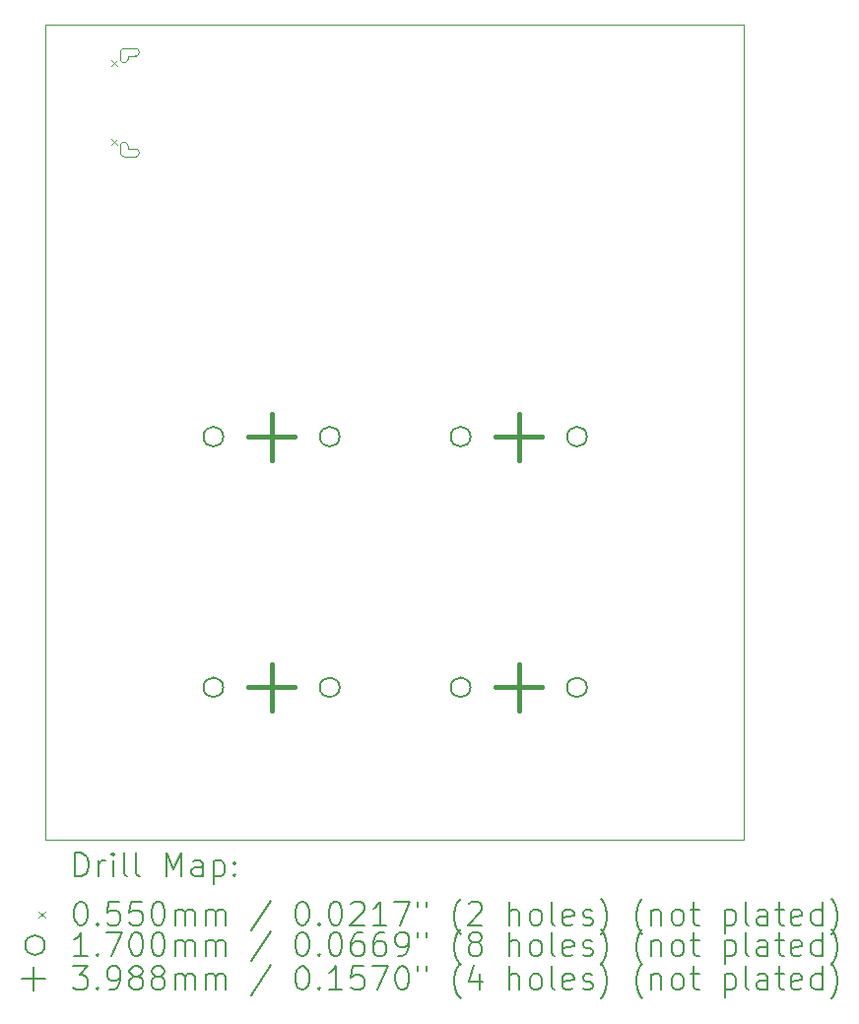
<source format=gbr>
%TF.GenerationSoftware,KiCad,Pcbnew,8.0.4*%
%TF.CreationDate,2024-11-08T09:57:30+08:00*%
%TF.ProjectId,SwiftK_v2,53776966-744b-45f7-9632-2e6b69636164,rev?*%
%TF.SameCoordinates,Original*%
%TF.FileFunction,Drillmap*%
%TF.FilePolarity,Positive*%
%FSLAX45Y45*%
G04 Gerber Fmt 4.5, Leading zero omitted, Abs format (unit mm)*
G04 Created by KiCad (PCBNEW 8.0.4) date 2024-11-08 09:57:30*
%MOMM*%
%LPD*%
G01*
G04 APERTURE LIST*
%ADD10C,0.050000*%
%ADD11C,0.010000*%
%ADD12C,0.200000*%
%ADD13C,0.100000*%
%ADD14C,0.170000*%
%ADD15C,0.398780*%
G04 APERTURE END LIST*
D10*
X18932000Y-6456000D02*
X12932000Y-6456000D01*
X12932000Y-6456000D02*
X12932000Y-7456000D01*
X18932000Y-13456000D02*
X12932000Y-13456000D01*
X12932000Y-13456000D02*
X12932000Y-6456000D01*
X18932000Y-13456000D02*
X18932000Y-6456000D01*
D11*
X13577000Y-6751000D02*
X13577000Y-6691000D01*
X13577000Y-7495000D02*
X13577000Y-7555000D01*
X13609500Y-6658500D02*
X13709500Y-6658500D01*
X13609500Y-7587500D02*
X13709500Y-7587500D01*
X13642000Y-6723500D02*
X13642000Y-6751000D01*
X13642000Y-7522500D02*
X13642000Y-7495000D01*
X13709500Y-6723500D02*
X13642000Y-6723500D01*
X13709500Y-7522500D02*
X13642000Y-7522500D01*
X13577000Y-6691000D02*
G75*
G02*
X13609500Y-6658500I32500J0D01*
G01*
X13577000Y-7495000D02*
G75*
G02*
X13609500Y-7462500I32500J0D01*
G01*
X13609500Y-6783500D02*
G75*
G02*
X13577000Y-6751000I0J32500D01*
G01*
X13609500Y-7462500D02*
G75*
G02*
X13642000Y-7495000I0J-32500D01*
G01*
X13609500Y-7587500D02*
G75*
G02*
X13577000Y-7555000I0J32500D01*
G01*
X13642000Y-6751000D02*
G75*
G02*
X13609500Y-6783500I-32500J0D01*
G01*
X13709500Y-6658500D02*
G75*
G02*
X13742000Y-6691000I0J-32500D01*
G01*
X13709500Y-7522500D02*
G75*
G02*
X13742000Y-7555000I0J-32500D01*
G01*
X13742000Y-6691000D02*
G75*
G02*
X13709500Y-6723500I-32500J0D01*
G01*
X13742000Y-7555000D02*
G75*
G02*
X13709500Y-7587500I-32500J0D01*
G01*
D12*
D13*
X13497000Y-6755500D02*
X13552000Y-6810500D01*
X13552000Y-6755500D02*
X13497000Y-6810500D01*
X13497000Y-7435500D02*
X13552000Y-7490500D01*
X13552000Y-7435500D02*
X13497000Y-7490500D01*
D14*
X14462500Y-9994000D02*
G75*
G02*
X14292500Y-9994000I-85000J0D01*
G01*
X14292500Y-9994000D02*
G75*
G02*
X14462500Y-9994000I85000J0D01*
G01*
X14462500Y-12148000D02*
G75*
G02*
X14292500Y-12148000I-85000J0D01*
G01*
X14292500Y-12148000D02*
G75*
G02*
X14462500Y-12148000I85000J0D01*
G01*
X15462500Y-9994000D02*
G75*
G02*
X15292500Y-9994000I-85000J0D01*
G01*
X15292500Y-9994000D02*
G75*
G02*
X15462500Y-9994000I85000J0D01*
G01*
X15462500Y-12148000D02*
G75*
G02*
X15292500Y-12148000I-85000J0D01*
G01*
X15292500Y-12148000D02*
G75*
G02*
X15462500Y-12148000I85000J0D01*
G01*
X16587500Y-9994000D02*
G75*
G02*
X16417500Y-9994000I-85000J0D01*
G01*
X16417500Y-9994000D02*
G75*
G02*
X16587500Y-9994000I85000J0D01*
G01*
X16587500Y-12148000D02*
G75*
G02*
X16417500Y-12148000I-85000J0D01*
G01*
X16417500Y-12148000D02*
G75*
G02*
X16587500Y-12148000I85000J0D01*
G01*
X17587500Y-9994000D02*
G75*
G02*
X17417500Y-9994000I-85000J0D01*
G01*
X17417500Y-9994000D02*
G75*
G02*
X17587500Y-9994000I85000J0D01*
G01*
X17587500Y-12148000D02*
G75*
G02*
X17417500Y-12148000I-85000J0D01*
G01*
X17417500Y-12148000D02*
G75*
G02*
X17587500Y-12148000I85000J0D01*
G01*
D15*
X14877500Y-9794610D02*
X14877500Y-10193390D01*
X14678110Y-9994000D02*
X15076890Y-9994000D01*
X14877500Y-11948610D02*
X14877500Y-12347390D01*
X14678110Y-12148000D02*
X15076890Y-12148000D01*
X17002500Y-9794610D02*
X17002500Y-10193390D01*
X16803110Y-9994000D02*
X17201890Y-9994000D01*
X17002500Y-11948610D02*
X17002500Y-12347390D01*
X16803110Y-12148000D02*
X17201890Y-12148000D01*
D12*
X13190277Y-13769984D02*
X13190277Y-13569984D01*
X13190277Y-13569984D02*
X13237896Y-13569984D01*
X13237896Y-13569984D02*
X13266467Y-13579508D01*
X13266467Y-13579508D02*
X13285515Y-13598555D01*
X13285515Y-13598555D02*
X13295039Y-13617603D01*
X13295039Y-13617603D02*
X13304562Y-13655698D01*
X13304562Y-13655698D02*
X13304562Y-13684269D01*
X13304562Y-13684269D02*
X13295039Y-13722365D01*
X13295039Y-13722365D02*
X13285515Y-13741412D01*
X13285515Y-13741412D02*
X13266467Y-13760460D01*
X13266467Y-13760460D02*
X13237896Y-13769984D01*
X13237896Y-13769984D02*
X13190277Y-13769984D01*
X13390277Y-13769984D02*
X13390277Y-13636650D01*
X13390277Y-13674746D02*
X13399801Y-13655698D01*
X13399801Y-13655698D02*
X13409324Y-13646174D01*
X13409324Y-13646174D02*
X13428372Y-13636650D01*
X13428372Y-13636650D02*
X13447420Y-13636650D01*
X13514086Y-13769984D02*
X13514086Y-13636650D01*
X13514086Y-13569984D02*
X13504562Y-13579508D01*
X13504562Y-13579508D02*
X13514086Y-13589031D01*
X13514086Y-13589031D02*
X13523610Y-13579508D01*
X13523610Y-13579508D02*
X13514086Y-13569984D01*
X13514086Y-13569984D02*
X13514086Y-13589031D01*
X13637896Y-13769984D02*
X13618848Y-13760460D01*
X13618848Y-13760460D02*
X13609324Y-13741412D01*
X13609324Y-13741412D02*
X13609324Y-13569984D01*
X13742658Y-13769984D02*
X13723610Y-13760460D01*
X13723610Y-13760460D02*
X13714086Y-13741412D01*
X13714086Y-13741412D02*
X13714086Y-13569984D01*
X13971229Y-13769984D02*
X13971229Y-13569984D01*
X13971229Y-13569984D02*
X14037896Y-13712841D01*
X14037896Y-13712841D02*
X14104562Y-13569984D01*
X14104562Y-13569984D02*
X14104562Y-13769984D01*
X14285515Y-13769984D02*
X14285515Y-13665222D01*
X14285515Y-13665222D02*
X14275991Y-13646174D01*
X14275991Y-13646174D02*
X14256943Y-13636650D01*
X14256943Y-13636650D02*
X14218848Y-13636650D01*
X14218848Y-13636650D02*
X14199801Y-13646174D01*
X14285515Y-13760460D02*
X14266467Y-13769984D01*
X14266467Y-13769984D02*
X14218848Y-13769984D01*
X14218848Y-13769984D02*
X14199801Y-13760460D01*
X14199801Y-13760460D02*
X14190277Y-13741412D01*
X14190277Y-13741412D02*
X14190277Y-13722365D01*
X14190277Y-13722365D02*
X14199801Y-13703317D01*
X14199801Y-13703317D02*
X14218848Y-13693793D01*
X14218848Y-13693793D02*
X14266467Y-13693793D01*
X14266467Y-13693793D02*
X14285515Y-13684269D01*
X14380753Y-13636650D02*
X14380753Y-13836650D01*
X14380753Y-13646174D02*
X14399801Y-13636650D01*
X14399801Y-13636650D02*
X14437896Y-13636650D01*
X14437896Y-13636650D02*
X14456943Y-13646174D01*
X14456943Y-13646174D02*
X14466467Y-13655698D01*
X14466467Y-13655698D02*
X14475991Y-13674746D01*
X14475991Y-13674746D02*
X14475991Y-13731888D01*
X14475991Y-13731888D02*
X14466467Y-13750936D01*
X14466467Y-13750936D02*
X14456943Y-13760460D01*
X14456943Y-13760460D02*
X14437896Y-13769984D01*
X14437896Y-13769984D02*
X14399801Y-13769984D01*
X14399801Y-13769984D02*
X14380753Y-13760460D01*
X14561705Y-13750936D02*
X14571229Y-13760460D01*
X14571229Y-13760460D02*
X14561705Y-13769984D01*
X14561705Y-13769984D02*
X14552182Y-13760460D01*
X14552182Y-13760460D02*
X14561705Y-13750936D01*
X14561705Y-13750936D02*
X14561705Y-13769984D01*
X14561705Y-13646174D02*
X14571229Y-13655698D01*
X14571229Y-13655698D02*
X14561705Y-13665222D01*
X14561705Y-13665222D02*
X14552182Y-13655698D01*
X14552182Y-13655698D02*
X14561705Y-13646174D01*
X14561705Y-13646174D02*
X14561705Y-13665222D01*
D13*
X12874500Y-14071000D02*
X12929500Y-14126000D01*
X12929500Y-14071000D02*
X12874500Y-14126000D01*
D12*
X13228372Y-13989984D02*
X13247420Y-13989984D01*
X13247420Y-13989984D02*
X13266467Y-13999508D01*
X13266467Y-13999508D02*
X13275991Y-14009031D01*
X13275991Y-14009031D02*
X13285515Y-14028079D01*
X13285515Y-14028079D02*
X13295039Y-14066174D01*
X13295039Y-14066174D02*
X13295039Y-14113793D01*
X13295039Y-14113793D02*
X13285515Y-14151888D01*
X13285515Y-14151888D02*
X13275991Y-14170936D01*
X13275991Y-14170936D02*
X13266467Y-14180460D01*
X13266467Y-14180460D02*
X13247420Y-14189984D01*
X13247420Y-14189984D02*
X13228372Y-14189984D01*
X13228372Y-14189984D02*
X13209324Y-14180460D01*
X13209324Y-14180460D02*
X13199801Y-14170936D01*
X13199801Y-14170936D02*
X13190277Y-14151888D01*
X13190277Y-14151888D02*
X13180753Y-14113793D01*
X13180753Y-14113793D02*
X13180753Y-14066174D01*
X13180753Y-14066174D02*
X13190277Y-14028079D01*
X13190277Y-14028079D02*
X13199801Y-14009031D01*
X13199801Y-14009031D02*
X13209324Y-13999508D01*
X13209324Y-13999508D02*
X13228372Y-13989984D01*
X13380753Y-14170936D02*
X13390277Y-14180460D01*
X13390277Y-14180460D02*
X13380753Y-14189984D01*
X13380753Y-14189984D02*
X13371229Y-14180460D01*
X13371229Y-14180460D02*
X13380753Y-14170936D01*
X13380753Y-14170936D02*
X13380753Y-14189984D01*
X13571229Y-13989984D02*
X13475991Y-13989984D01*
X13475991Y-13989984D02*
X13466467Y-14085222D01*
X13466467Y-14085222D02*
X13475991Y-14075698D01*
X13475991Y-14075698D02*
X13495039Y-14066174D01*
X13495039Y-14066174D02*
X13542658Y-14066174D01*
X13542658Y-14066174D02*
X13561705Y-14075698D01*
X13561705Y-14075698D02*
X13571229Y-14085222D01*
X13571229Y-14085222D02*
X13580753Y-14104269D01*
X13580753Y-14104269D02*
X13580753Y-14151888D01*
X13580753Y-14151888D02*
X13571229Y-14170936D01*
X13571229Y-14170936D02*
X13561705Y-14180460D01*
X13561705Y-14180460D02*
X13542658Y-14189984D01*
X13542658Y-14189984D02*
X13495039Y-14189984D01*
X13495039Y-14189984D02*
X13475991Y-14180460D01*
X13475991Y-14180460D02*
X13466467Y-14170936D01*
X13761705Y-13989984D02*
X13666467Y-13989984D01*
X13666467Y-13989984D02*
X13656943Y-14085222D01*
X13656943Y-14085222D02*
X13666467Y-14075698D01*
X13666467Y-14075698D02*
X13685515Y-14066174D01*
X13685515Y-14066174D02*
X13733134Y-14066174D01*
X13733134Y-14066174D02*
X13752182Y-14075698D01*
X13752182Y-14075698D02*
X13761705Y-14085222D01*
X13761705Y-14085222D02*
X13771229Y-14104269D01*
X13771229Y-14104269D02*
X13771229Y-14151888D01*
X13771229Y-14151888D02*
X13761705Y-14170936D01*
X13761705Y-14170936D02*
X13752182Y-14180460D01*
X13752182Y-14180460D02*
X13733134Y-14189984D01*
X13733134Y-14189984D02*
X13685515Y-14189984D01*
X13685515Y-14189984D02*
X13666467Y-14180460D01*
X13666467Y-14180460D02*
X13656943Y-14170936D01*
X13895039Y-13989984D02*
X13914086Y-13989984D01*
X13914086Y-13989984D02*
X13933134Y-13999508D01*
X13933134Y-13999508D02*
X13942658Y-14009031D01*
X13942658Y-14009031D02*
X13952182Y-14028079D01*
X13952182Y-14028079D02*
X13961705Y-14066174D01*
X13961705Y-14066174D02*
X13961705Y-14113793D01*
X13961705Y-14113793D02*
X13952182Y-14151888D01*
X13952182Y-14151888D02*
X13942658Y-14170936D01*
X13942658Y-14170936D02*
X13933134Y-14180460D01*
X13933134Y-14180460D02*
X13914086Y-14189984D01*
X13914086Y-14189984D02*
X13895039Y-14189984D01*
X13895039Y-14189984D02*
X13875991Y-14180460D01*
X13875991Y-14180460D02*
X13866467Y-14170936D01*
X13866467Y-14170936D02*
X13856943Y-14151888D01*
X13856943Y-14151888D02*
X13847420Y-14113793D01*
X13847420Y-14113793D02*
X13847420Y-14066174D01*
X13847420Y-14066174D02*
X13856943Y-14028079D01*
X13856943Y-14028079D02*
X13866467Y-14009031D01*
X13866467Y-14009031D02*
X13875991Y-13999508D01*
X13875991Y-13999508D02*
X13895039Y-13989984D01*
X14047420Y-14189984D02*
X14047420Y-14056650D01*
X14047420Y-14075698D02*
X14056943Y-14066174D01*
X14056943Y-14066174D02*
X14075991Y-14056650D01*
X14075991Y-14056650D02*
X14104563Y-14056650D01*
X14104563Y-14056650D02*
X14123610Y-14066174D01*
X14123610Y-14066174D02*
X14133134Y-14085222D01*
X14133134Y-14085222D02*
X14133134Y-14189984D01*
X14133134Y-14085222D02*
X14142658Y-14066174D01*
X14142658Y-14066174D02*
X14161705Y-14056650D01*
X14161705Y-14056650D02*
X14190277Y-14056650D01*
X14190277Y-14056650D02*
X14209324Y-14066174D01*
X14209324Y-14066174D02*
X14218848Y-14085222D01*
X14218848Y-14085222D02*
X14218848Y-14189984D01*
X14314086Y-14189984D02*
X14314086Y-14056650D01*
X14314086Y-14075698D02*
X14323610Y-14066174D01*
X14323610Y-14066174D02*
X14342658Y-14056650D01*
X14342658Y-14056650D02*
X14371229Y-14056650D01*
X14371229Y-14056650D02*
X14390277Y-14066174D01*
X14390277Y-14066174D02*
X14399801Y-14085222D01*
X14399801Y-14085222D02*
X14399801Y-14189984D01*
X14399801Y-14085222D02*
X14409324Y-14066174D01*
X14409324Y-14066174D02*
X14428372Y-14056650D01*
X14428372Y-14056650D02*
X14456943Y-14056650D01*
X14456943Y-14056650D02*
X14475991Y-14066174D01*
X14475991Y-14066174D02*
X14485515Y-14085222D01*
X14485515Y-14085222D02*
X14485515Y-14189984D01*
X14875991Y-13980460D02*
X14704563Y-14237603D01*
X15133134Y-13989984D02*
X15152182Y-13989984D01*
X15152182Y-13989984D02*
X15171229Y-13999508D01*
X15171229Y-13999508D02*
X15180753Y-14009031D01*
X15180753Y-14009031D02*
X15190277Y-14028079D01*
X15190277Y-14028079D02*
X15199801Y-14066174D01*
X15199801Y-14066174D02*
X15199801Y-14113793D01*
X15199801Y-14113793D02*
X15190277Y-14151888D01*
X15190277Y-14151888D02*
X15180753Y-14170936D01*
X15180753Y-14170936D02*
X15171229Y-14180460D01*
X15171229Y-14180460D02*
X15152182Y-14189984D01*
X15152182Y-14189984D02*
X15133134Y-14189984D01*
X15133134Y-14189984D02*
X15114086Y-14180460D01*
X15114086Y-14180460D02*
X15104563Y-14170936D01*
X15104563Y-14170936D02*
X15095039Y-14151888D01*
X15095039Y-14151888D02*
X15085515Y-14113793D01*
X15085515Y-14113793D02*
X15085515Y-14066174D01*
X15085515Y-14066174D02*
X15095039Y-14028079D01*
X15095039Y-14028079D02*
X15104563Y-14009031D01*
X15104563Y-14009031D02*
X15114086Y-13999508D01*
X15114086Y-13999508D02*
X15133134Y-13989984D01*
X15285515Y-14170936D02*
X15295039Y-14180460D01*
X15295039Y-14180460D02*
X15285515Y-14189984D01*
X15285515Y-14189984D02*
X15275991Y-14180460D01*
X15275991Y-14180460D02*
X15285515Y-14170936D01*
X15285515Y-14170936D02*
X15285515Y-14189984D01*
X15418848Y-13989984D02*
X15437896Y-13989984D01*
X15437896Y-13989984D02*
X15456944Y-13999508D01*
X15456944Y-13999508D02*
X15466467Y-14009031D01*
X15466467Y-14009031D02*
X15475991Y-14028079D01*
X15475991Y-14028079D02*
X15485515Y-14066174D01*
X15485515Y-14066174D02*
X15485515Y-14113793D01*
X15485515Y-14113793D02*
X15475991Y-14151888D01*
X15475991Y-14151888D02*
X15466467Y-14170936D01*
X15466467Y-14170936D02*
X15456944Y-14180460D01*
X15456944Y-14180460D02*
X15437896Y-14189984D01*
X15437896Y-14189984D02*
X15418848Y-14189984D01*
X15418848Y-14189984D02*
X15399801Y-14180460D01*
X15399801Y-14180460D02*
X15390277Y-14170936D01*
X15390277Y-14170936D02*
X15380753Y-14151888D01*
X15380753Y-14151888D02*
X15371229Y-14113793D01*
X15371229Y-14113793D02*
X15371229Y-14066174D01*
X15371229Y-14066174D02*
X15380753Y-14028079D01*
X15380753Y-14028079D02*
X15390277Y-14009031D01*
X15390277Y-14009031D02*
X15399801Y-13999508D01*
X15399801Y-13999508D02*
X15418848Y-13989984D01*
X15561706Y-14009031D02*
X15571229Y-13999508D01*
X15571229Y-13999508D02*
X15590277Y-13989984D01*
X15590277Y-13989984D02*
X15637896Y-13989984D01*
X15637896Y-13989984D02*
X15656944Y-13999508D01*
X15656944Y-13999508D02*
X15666467Y-14009031D01*
X15666467Y-14009031D02*
X15675991Y-14028079D01*
X15675991Y-14028079D02*
X15675991Y-14047127D01*
X15675991Y-14047127D02*
X15666467Y-14075698D01*
X15666467Y-14075698D02*
X15552182Y-14189984D01*
X15552182Y-14189984D02*
X15675991Y-14189984D01*
X15866467Y-14189984D02*
X15752182Y-14189984D01*
X15809325Y-14189984D02*
X15809325Y-13989984D01*
X15809325Y-13989984D02*
X15790277Y-14018555D01*
X15790277Y-14018555D02*
X15771229Y-14037603D01*
X15771229Y-14037603D02*
X15752182Y-14047127D01*
X15933134Y-13989984D02*
X16066467Y-13989984D01*
X16066467Y-13989984D02*
X15980753Y-14189984D01*
X16133134Y-13989984D02*
X16133134Y-14028079D01*
X16209325Y-13989984D02*
X16209325Y-14028079D01*
X16504563Y-14266174D02*
X16495039Y-14256650D01*
X16495039Y-14256650D02*
X16475991Y-14228079D01*
X16475991Y-14228079D02*
X16466468Y-14209031D01*
X16466468Y-14209031D02*
X16456944Y-14180460D01*
X16456944Y-14180460D02*
X16447420Y-14132841D01*
X16447420Y-14132841D02*
X16447420Y-14094746D01*
X16447420Y-14094746D02*
X16456944Y-14047127D01*
X16456944Y-14047127D02*
X16466468Y-14018555D01*
X16466468Y-14018555D02*
X16475991Y-13999508D01*
X16475991Y-13999508D02*
X16495039Y-13970936D01*
X16495039Y-13970936D02*
X16504563Y-13961412D01*
X16571229Y-14009031D02*
X16580753Y-13999508D01*
X16580753Y-13999508D02*
X16599801Y-13989984D01*
X16599801Y-13989984D02*
X16647420Y-13989984D01*
X16647420Y-13989984D02*
X16666468Y-13999508D01*
X16666468Y-13999508D02*
X16675991Y-14009031D01*
X16675991Y-14009031D02*
X16685515Y-14028079D01*
X16685515Y-14028079D02*
X16685515Y-14047127D01*
X16685515Y-14047127D02*
X16675991Y-14075698D01*
X16675991Y-14075698D02*
X16561706Y-14189984D01*
X16561706Y-14189984D02*
X16685515Y-14189984D01*
X16923611Y-14189984D02*
X16923611Y-13989984D01*
X17009325Y-14189984D02*
X17009325Y-14085222D01*
X17009325Y-14085222D02*
X16999801Y-14066174D01*
X16999801Y-14066174D02*
X16980753Y-14056650D01*
X16980753Y-14056650D02*
X16952182Y-14056650D01*
X16952182Y-14056650D02*
X16933134Y-14066174D01*
X16933134Y-14066174D02*
X16923611Y-14075698D01*
X17133134Y-14189984D02*
X17114087Y-14180460D01*
X17114087Y-14180460D02*
X17104563Y-14170936D01*
X17104563Y-14170936D02*
X17095039Y-14151888D01*
X17095039Y-14151888D02*
X17095039Y-14094746D01*
X17095039Y-14094746D02*
X17104563Y-14075698D01*
X17104563Y-14075698D02*
X17114087Y-14066174D01*
X17114087Y-14066174D02*
X17133134Y-14056650D01*
X17133134Y-14056650D02*
X17161706Y-14056650D01*
X17161706Y-14056650D02*
X17180753Y-14066174D01*
X17180753Y-14066174D02*
X17190277Y-14075698D01*
X17190277Y-14075698D02*
X17199801Y-14094746D01*
X17199801Y-14094746D02*
X17199801Y-14151888D01*
X17199801Y-14151888D02*
X17190277Y-14170936D01*
X17190277Y-14170936D02*
X17180753Y-14180460D01*
X17180753Y-14180460D02*
X17161706Y-14189984D01*
X17161706Y-14189984D02*
X17133134Y-14189984D01*
X17314087Y-14189984D02*
X17295039Y-14180460D01*
X17295039Y-14180460D02*
X17285515Y-14161412D01*
X17285515Y-14161412D02*
X17285515Y-13989984D01*
X17466468Y-14180460D02*
X17447420Y-14189984D01*
X17447420Y-14189984D02*
X17409325Y-14189984D01*
X17409325Y-14189984D02*
X17390277Y-14180460D01*
X17390277Y-14180460D02*
X17380753Y-14161412D01*
X17380753Y-14161412D02*
X17380753Y-14085222D01*
X17380753Y-14085222D02*
X17390277Y-14066174D01*
X17390277Y-14066174D02*
X17409325Y-14056650D01*
X17409325Y-14056650D02*
X17447420Y-14056650D01*
X17447420Y-14056650D02*
X17466468Y-14066174D01*
X17466468Y-14066174D02*
X17475992Y-14085222D01*
X17475992Y-14085222D02*
X17475992Y-14104269D01*
X17475992Y-14104269D02*
X17380753Y-14123317D01*
X17552182Y-14180460D02*
X17571230Y-14189984D01*
X17571230Y-14189984D02*
X17609325Y-14189984D01*
X17609325Y-14189984D02*
X17628373Y-14180460D01*
X17628373Y-14180460D02*
X17637896Y-14161412D01*
X17637896Y-14161412D02*
X17637896Y-14151888D01*
X17637896Y-14151888D02*
X17628373Y-14132841D01*
X17628373Y-14132841D02*
X17609325Y-14123317D01*
X17609325Y-14123317D02*
X17580753Y-14123317D01*
X17580753Y-14123317D02*
X17561706Y-14113793D01*
X17561706Y-14113793D02*
X17552182Y-14094746D01*
X17552182Y-14094746D02*
X17552182Y-14085222D01*
X17552182Y-14085222D02*
X17561706Y-14066174D01*
X17561706Y-14066174D02*
X17580753Y-14056650D01*
X17580753Y-14056650D02*
X17609325Y-14056650D01*
X17609325Y-14056650D02*
X17628373Y-14066174D01*
X17704563Y-14266174D02*
X17714087Y-14256650D01*
X17714087Y-14256650D02*
X17733134Y-14228079D01*
X17733134Y-14228079D02*
X17742658Y-14209031D01*
X17742658Y-14209031D02*
X17752182Y-14180460D01*
X17752182Y-14180460D02*
X17761706Y-14132841D01*
X17761706Y-14132841D02*
X17761706Y-14094746D01*
X17761706Y-14094746D02*
X17752182Y-14047127D01*
X17752182Y-14047127D02*
X17742658Y-14018555D01*
X17742658Y-14018555D02*
X17733134Y-13999508D01*
X17733134Y-13999508D02*
X17714087Y-13970936D01*
X17714087Y-13970936D02*
X17704563Y-13961412D01*
X18066468Y-14266174D02*
X18056944Y-14256650D01*
X18056944Y-14256650D02*
X18037896Y-14228079D01*
X18037896Y-14228079D02*
X18028373Y-14209031D01*
X18028373Y-14209031D02*
X18018849Y-14180460D01*
X18018849Y-14180460D02*
X18009325Y-14132841D01*
X18009325Y-14132841D02*
X18009325Y-14094746D01*
X18009325Y-14094746D02*
X18018849Y-14047127D01*
X18018849Y-14047127D02*
X18028373Y-14018555D01*
X18028373Y-14018555D02*
X18037896Y-13999508D01*
X18037896Y-13999508D02*
X18056944Y-13970936D01*
X18056944Y-13970936D02*
X18066468Y-13961412D01*
X18142658Y-14056650D02*
X18142658Y-14189984D01*
X18142658Y-14075698D02*
X18152182Y-14066174D01*
X18152182Y-14066174D02*
X18171230Y-14056650D01*
X18171230Y-14056650D02*
X18199801Y-14056650D01*
X18199801Y-14056650D02*
X18218849Y-14066174D01*
X18218849Y-14066174D02*
X18228373Y-14085222D01*
X18228373Y-14085222D02*
X18228373Y-14189984D01*
X18352182Y-14189984D02*
X18333134Y-14180460D01*
X18333134Y-14180460D02*
X18323611Y-14170936D01*
X18323611Y-14170936D02*
X18314087Y-14151888D01*
X18314087Y-14151888D02*
X18314087Y-14094746D01*
X18314087Y-14094746D02*
X18323611Y-14075698D01*
X18323611Y-14075698D02*
X18333134Y-14066174D01*
X18333134Y-14066174D02*
X18352182Y-14056650D01*
X18352182Y-14056650D02*
X18380754Y-14056650D01*
X18380754Y-14056650D02*
X18399801Y-14066174D01*
X18399801Y-14066174D02*
X18409325Y-14075698D01*
X18409325Y-14075698D02*
X18418849Y-14094746D01*
X18418849Y-14094746D02*
X18418849Y-14151888D01*
X18418849Y-14151888D02*
X18409325Y-14170936D01*
X18409325Y-14170936D02*
X18399801Y-14180460D01*
X18399801Y-14180460D02*
X18380754Y-14189984D01*
X18380754Y-14189984D02*
X18352182Y-14189984D01*
X18475992Y-14056650D02*
X18552182Y-14056650D01*
X18504563Y-13989984D02*
X18504563Y-14161412D01*
X18504563Y-14161412D02*
X18514087Y-14180460D01*
X18514087Y-14180460D02*
X18533134Y-14189984D01*
X18533134Y-14189984D02*
X18552182Y-14189984D01*
X18771230Y-14056650D02*
X18771230Y-14256650D01*
X18771230Y-14066174D02*
X18790277Y-14056650D01*
X18790277Y-14056650D02*
X18828373Y-14056650D01*
X18828373Y-14056650D02*
X18847420Y-14066174D01*
X18847420Y-14066174D02*
X18856944Y-14075698D01*
X18856944Y-14075698D02*
X18866468Y-14094746D01*
X18866468Y-14094746D02*
X18866468Y-14151888D01*
X18866468Y-14151888D02*
X18856944Y-14170936D01*
X18856944Y-14170936D02*
X18847420Y-14180460D01*
X18847420Y-14180460D02*
X18828373Y-14189984D01*
X18828373Y-14189984D02*
X18790277Y-14189984D01*
X18790277Y-14189984D02*
X18771230Y-14180460D01*
X18980754Y-14189984D02*
X18961706Y-14180460D01*
X18961706Y-14180460D02*
X18952182Y-14161412D01*
X18952182Y-14161412D02*
X18952182Y-13989984D01*
X19142658Y-14189984D02*
X19142658Y-14085222D01*
X19142658Y-14085222D02*
X19133135Y-14066174D01*
X19133135Y-14066174D02*
X19114087Y-14056650D01*
X19114087Y-14056650D02*
X19075992Y-14056650D01*
X19075992Y-14056650D02*
X19056944Y-14066174D01*
X19142658Y-14180460D02*
X19123611Y-14189984D01*
X19123611Y-14189984D02*
X19075992Y-14189984D01*
X19075992Y-14189984D02*
X19056944Y-14180460D01*
X19056944Y-14180460D02*
X19047420Y-14161412D01*
X19047420Y-14161412D02*
X19047420Y-14142365D01*
X19047420Y-14142365D02*
X19056944Y-14123317D01*
X19056944Y-14123317D02*
X19075992Y-14113793D01*
X19075992Y-14113793D02*
X19123611Y-14113793D01*
X19123611Y-14113793D02*
X19142658Y-14104269D01*
X19209325Y-14056650D02*
X19285515Y-14056650D01*
X19237896Y-13989984D02*
X19237896Y-14161412D01*
X19237896Y-14161412D02*
X19247420Y-14180460D01*
X19247420Y-14180460D02*
X19266468Y-14189984D01*
X19266468Y-14189984D02*
X19285515Y-14189984D01*
X19428373Y-14180460D02*
X19409325Y-14189984D01*
X19409325Y-14189984D02*
X19371230Y-14189984D01*
X19371230Y-14189984D02*
X19352182Y-14180460D01*
X19352182Y-14180460D02*
X19342658Y-14161412D01*
X19342658Y-14161412D02*
X19342658Y-14085222D01*
X19342658Y-14085222D02*
X19352182Y-14066174D01*
X19352182Y-14066174D02*
X19371230Y-14056650D01*
X19371230Y-14056650D02*
X19409325Y-14056650D01*
X19409325Y-14056650D02*
X19428373Y-14066174D01*
X19428373Y-14066174D02*
X19437896Y-14085222D01*
X19437896Y-14085222D02*
X19437896Y-14104269D01*
X19437896Y-14104269D02*
X19342658Y-14123317D01*
X19609325Y-14189984D02*
X19609325Y-13989984D01*
X19609325Y-14180460D02*
X19590277Y-14189984D01*
X19590277Y-14189984D02*
X19552182Y-14189984D01*
X19552182Y-14189984D02*
X19533135Y-14180460D01*
X19533135Y-14180460D02*
X19523611Y-14170936D01*
X19523611Y-14170936D02*
X19514087Y-14151888D01*
X19514087Y-14151888D02*
X19514087Y-14094746D01*
X19514087Y-14094746D02*
X19523611Y-14075698D01*
X19523611Y-14075698D02*
X19533135Y-14066174D01*
X19533135Y-14066174D02*
X19552182Y-14056650D01*
X19552182Y-14056650D02*
X19590277Y-14056650D01*
X19590277Y-14056650D02*
X19609325Y-14066174D01*
X19685516Y-14266174D02*
X19695039Y-14256650D01*
X19695039Y-14256650D02*
X19714087Y-14228079D01*
X19714087Y-14228079D02*
X19723611Y-14209031D01*
X19723611Y-14209031D02*
X19733135Y-14180460D01*
X19733135Y-14180460D02*
X19742658Y-14132841D01*
X19742658Y-14132841D02*
X19742658Y-14094746D01*
X19742658Y-14094746D02*
X19733135Y-14047127D01*
X19733135Y-14047127D02*
X19723611Y-14018555D01*
X19723611Y-14018555D02*
X19714087Y-13999508D01*
X19714087Y-13999508D02*
X19695039Y-13970936D01*
X19695039Y-13970936D02*
X19685516Y-13961412D01*
D14*
X12929500Y-14362500D02*
G75*
G02*
X12759500Y-14362500I-85000J0D01*
G01*
X12759500Y-14362500D02*
G75*
G02*
X12929500Y-14362500I85000J0D01*
G01*
D12*
X13295039Y-14453984D02*
X13180753Y-14453984D01*
X13237896Y-14453984D02*
X13237896Y-14253984D01*
X13237896Y-14253984D02*
X13218848Y-14282555D01*
X13218848Y-14282555D02*
X13199801Y-14301603D01*
X13199801Y-14301603D02*
X13180753Y-14311127D01*
X13380753Y-14434936D02*
X13390277Y-14444460D01*
X13390277Y-14444460D02*
X13380753Y-14453984D01*
X13380753Y-14453984D02*
X13371229Y-14444460D01*
X13371229Y-14444460D02*
X13380753Y-14434936D01*
X13380753Y-14434936D02*
X13380753Y-14453984D01*
X13456943Y-14253984D02*
X13590277Y-14253984D01*
X13590277Y-14253984D02*
X13504562Y-14453984D01*
X13704562Y-14253984D02*
X13723610Y-14253984D01*
X13723610Y-14253984D02*
X13742658Y-14263508D01*
X13742658Y-14263508D02*
X13752182Y-14273031D01*
X13752182Y-14273031D02*
X13761705Y-14292079D01*
X13761705Y-14292079D02*
X13771229Y-14330174D01*
X13771229Y-14330174D02*
X13771229Y-14377793D01*
X13771229Y-14377793D02*
X13761705Y-14415888D01*
X13761705Y-14415888D02*
X13752182Y-14434936D01*
X13752182Y-14434936D02*
X13742658Y-14444460D01*
X13742658Y-14444460D02*
X13723610Y-14453984D01*
X13723610Y-14453984D02*
X13704562Y-14453984D01*
X13704562Y-14453984D02*
X13685515Y-14444460D01*
X13685515Y-14444460D02*
X13675991Y-14434936D01*
X13675991Y-14434936D02*
X13666467Y-14415888D01*
X13666467Y-14415888D02*
X13656943Y-14377793D01*
X13656943Y-14377793D02*
X13656943Y-14330174D01*
X13656943Y-14330174D02*
X13666467Y-14292079D01*
X13666467Y-14292079D02*
X13675991Y-14273031D01*
X13675991Y-14273031D02*
X13685515Y-14263508D01*
X13685515Y-14263508D02*
X13704562Y-14253984D01*
X13895039Y-14253984D02*
X13914086Y-14253984D01*
X13914086Y-14253984D02*
X13933134Y-14263508D01*
X13933134Y-14263508D02*
X13942658Y-14273031D01*
X13942658Y-14273031D02*
X13952182Y-14292079D01*
X13952182Y-14292079D02*
X13961705Y-14330174D01*
X13961705Y-14330174D02*
X13961705Y-14377793D01*
X13961705Y-14377793D02*
X13952182Y-14415888D01*
X13952182Y-14415888D02*
X13942658Y-14434936D01*
X13942658Y-14434936D02*
X13933134Y-14444460D01*
X13933134Y-14444460D02*
X13914086Y-14453984D01*
X13914086Y-14453984D02*
X13895039Y-14453984D01*
X13895039Y-14453984D02*
X13875991Y-14444460D01*
X13875991Y-14444460D02*
X13866467Y-14434936D01*
X13866467Y-14434936D02*
X13856943Y-14415888D01*
X13856943Y-14415888D02*
X13847420Y-14377793D01*
X13847420Y-14377793D02*
X13847420Y-14330174D01*
X13847420Y-14330174D02*
X13856943Y-14292079D01*
X13856943Y-14292079D02*
X13866467Y-14273031D01*
X13866467Y-14273031D02*
X13875991Y-14263508D01*
X13875991Y-14263508D02*
X13895039Y-14253984D01*
X14047420Y-14453984D02*
X14047420Y-14320650D01*
X14047420Y-14339698D02*
X14056943Y-14330174D01*
X14056943Y-14330174D02*
X14075991Y-14320650D01*
X14075991Y-14320650D02*
X14104563Y-14320650D01*
X14104563Y-14320650D02*
X14123610Y-14330174D01*
X14123610Y-14330174D02*
X14133134Y-14349222D01*
X14133134Y-14349222D02*
X14133134Y-14453984D01*
X14133134Y-14349222D02*
X14142658Y-14330174D01*
X14142658Y-14330174D02*
X14161705Y-14320650D01*
X14161705Y-14320650D02*
X14190277Y-14320650D01*
X14190277Y-14320650D02*
X14209324Y-14330174D01*
X14209324Y-14330174D02*
X14218848Y-14349222D01*
X14218848Y-14349222D02*
X14218848Y-14453984D01*
X14314086Y-14453984D02*
X14314086Y-14320650D01*
X14314086Y-14339698D02*
X14323610Y-14330174D01*
X14323610Y-14330174D02*
X14342658Y-14320650D01*
X14342658Y-14320650D02*
X14371229Y-14320650D01*
X14371229Y-14320650D02*
X14390277Y-14330174D01*
X14390277Y-14330174D02*
X14399801Y-14349222D01*
X14399801Y-14349222D02*
X14399801Y-14453984D01*
X14399801Y-14349222D02*
X14409324Y-14330174D01*
X14409324Y-14330174D02*
X14428372Y-14320650D01*
X14428372Y-14320650D02*
X14456943Y-14320650D01*
X14456943Y-14320650D02*
X14475991Y-14330174D01*
X14475991Y-14330174D02*
X14485515Y-14349222D01*
X14485515Y-14349222D02*
X14485515Y-14453984D01*
X14875991Y-14244460D02*
X14704563Y-14501603D01*
X15133134Y-14253984D02*
X15152182Y-14253984D01*
X15152182Y-14253984D02*
X15171229Y-14263508D01*
X15171229Y-14263508D02*
X15180753Y-14273031D01*
X15180753Y-14273031D02*
X15190277Y-14292079D01*
X15190277Y-14292079D02*
X15199801Y-14330174D01*
X15199801Y-14330174D02*
X15199801Y-14377793D01*
X15199801Y-14377793D02*
X15190277Y-14415888D01*
X15190277Y-14415888D02*
X15180753Y-14434936D01*
X15180753Y-14434936D02*
X15171229Y-14444460D01*
X15171229Y-14444460D02*
X15152182Y-14453984D01*
X15152182Y-14453984D02*
X15133134Y-14453984D01*
X15133134Y-14453984D02*
X15114086Y-14444460D01*
X15114086Y-14444460D02*
X15104563Y-14434936D01*
X15104563Y-14434936D02*
X15095039Y-14415888D01*
X15095039Y-14415888D02*
X15085515Y-14377793D01*
X15085515Y-14377793D02*
X15085515Y-14330174D01*
X15085515Y-14330174D02*
X15095039Y-14292079D01*
X15095039Y-14292079D02*
X15104563Y-14273031D01*
X15104563Y-14273031D02*
X15114086Y-14263508D01*
X15114086Y-14263508D02*
X15133134Y-14253984D01*
X15285515Y-14434936D02*
X15295039Y-14444460D01*
X15295039Y-14444460D02*
X15285515Y-14453984D01*
X15285515Y-14453984D02*
X15275991Y-14444460D01*
X15275991Y-14444460D02*
X15285515Y-14434936D01*
X15285515Y-14434936D02*
X15285515Y-14453984D01*
X15418848Y-14253984D02*
X15437896Y-14253984D01*
X15437896Y-14253984D02*
X15456944Y-14263508D01*
X15456944Y-14263508D02*
X15466467Y-14273031D01*
X15466467Y-14273031D02*
X15475991Y-14292079D01*
X15475991Y-14292079D02*
X15485515Y-14330174D01*
X15485515Y-14330174D02*
X15485515Y-14377793D01*
X15485515Y-14377793D02*
X15475991Y-14415888D01*
X15475991Y-14415888D02*
X15466467Y-14434936D01*
X15466467Y-14434936D02*
X15456944Y-14444460D01*
X15456944Y-14444460D02*
X15437896Y-14453984D01*
X15437896Y-14453984D02*
X15418848Y-14453984D01*
X15418848Y-14453984D02*
X15399801Y-14444460D01*
X15399801Y-14444460D02*
X15390277Y-14434936D01*
X15390277Y-14434936D02*
X15380753Y-14415888D01*
X15380753Y-14415888D02*
X15371229Y-14377793D01*
X15371229Y-14377793D02*
X15371229Y-14330174D01*
X15371229Y-14330174D02*
X15380753Y-14292079D01*
X15380753Y-14292079D02*
X15390277Y-14273031D01*
X15390277Y-14273031D02*
X15399801Y-14263508D01*
X15399801Y-14263508D02*
X15418848Y-14253984D01*
X15656944Y-14253984D02*
X15618848Y-14253984D01*
X15618848Y-14253984D02*
X15599801Y-14263508D01*
X15599801Y-14263508D02*
X15590277Y-14273031D01*
X15590277Y-14273031D02*
X15571229Y-14301603D01*
X15571229Y-14301603D02*
X15561706Y-14339698D01*
X15561706Y-14339698D02*
X15561706Y-14415888D01*
X15561706Y-14415888D02*
X15571229Y-14434936D01*
X15571229Y-14434936D02*
X15580753Y-14444460D01*
X15580753Y-14444460D02*
X15599801Y-14453984D01*
X15599801Y-14453984D02*
X15637896Y-14453984D01*
X15637896Y-14453984D02*
X15656944Y-14444460D01*
X15656944Y-14444460D02*
X15666467Y-14434936D01*
X15666467Y-14434936D02*
X15675991Y-14415888D01*
X15675991Y-14415888D02*
X15675991Y-14368269D01*
X15675991Y-14368269D02*
X15666467Y-14349222D01*
X15666467Y-14349222D02*
X15656944Y-14339698D01*
X15656944Y-14339698D02*
X15637896Y-14330174D01*
X15637896Y-14330174D02*
X15599801Y-14330174D01*
X15599801Y-14330174D02*
X15580753Y-14339698D01*
X15580753Y-14339698D02*
X15571229Y-14349222D01*
X15571229Y-14349222D02*
X15561706Y-14368269D01*
X15847420Y-14253984D02*
X15809325Y-14253984D01*
X15809325Y-14253984D02*
X15790277Y-14263508D01*
X15790277Y-14263508D02*
X15780753Y-14273031D01*
X15780753Y-14273031D02*
X15761706Y-14301603D01*
X15761706Y-14301603D02*
X15752182Y-14339698D01*
X15752182Y-14339698D02*
X15752182Y-14415888D01*
X15752182Y-14415888D02*
X15761706Y-14434936D01*
X15761706Y-14434936D02*
X15771229Y-14444460D01*
X15771229Y-14444460D02*
X15790277Y-14453984D01*
X15790277Y-14453984D02*
X15828372Y-14453984D01*
X15828372Y-14453984D02*
X15847420Y-14444460D01*
X15847420Y-14444460D02*
X15856944Y-14434936D01*
X15856944Y-14434936D02*
X15866467Y-14415888D01*
X15866467Y-14415888D02*
X15866467Y-14368269D01*
X15866467Y-14368269D02*
X15856944Y-14349222D01*
X15856944Y-14349222D02*
X15847420Y-14339698D01*
X15847420Y-14339698D02*
X15828372Y-14330174D01*
X15828372Y-14330174D02*
X15790277Y-14330174D01*
X15790277Y-14330174D02*
X15771229Y-14339698D01*
X15771229Y-14339698D02*
X15761706Y-14349222D01*
X15761706Y-14349222D02*
X15752182Y-14368269D01*
X15961706Y-14453984D02*
X15999801Y-14453984D01*
X15999801Y-14453984D02*
X16018848Y-14444460D01*
X16018848Y-14444460D02*
X16028372Y-14434936D01*
X16028372Y-14434936D02*
X16047420Y-14406365D01*
X16047420Y-14406365D02*
X16056944Y-14368269D01*
X16056944Y-14368269D02*
X16056944Y-14292079D01*
X16056944Y-14292079D02*
X16047420Y-14273031D01*
X16047420Y-14273031D02*
X16037896Y-14263508D01*
X16037896Y-14263508D02*
X16018848Y-14253984D01*
X16018848Y-14253984D02*
X15980753Y-14253984D01*
X15980753Y-14253984D02*
X15961706Y-14263508D01*
X15961706Y-14263508D02*
X15952182Y-14273031D01*
X15952182Y-14273031D02*
X15942658Y-14292079D01*
X15942658Y-14292079D02*
X15942658Y-14339698D01*
X15942658Y-14339698D02*
X15952182Y-14358746D01*
X15952182Y-14358746D02*
X15961706Y-14368269D01*
X15961706Y-14368269D02*
X15980753Y-14377793D01*
X15980753Y-14377793D02*
X16018848Y-14377793D01*
X16018848Y-14377793D02*
X16037896Y-14368269D01*
X16037896Y-14368269D02*
X16047420Y-14358746D01*
X16047420Y-14358746D02*
X16056944Y-14339698D01*
X16133134Y-14253984D02*
X16133134Y-14292079D01*
X16209325Y-14253984D02*
X16209325Y-14292079D01*
X16504563Y-14530174D02*
X16495039Y-14520650D01*
X16495039Y-14520650D02*
X16475991Y-14492079D01*
X16475991Y-14492079D02*
X16466468Y-14473031D01*
X16466468Y-14473031D02*
X16456944Y-14444460D01*
X16456944Y-14444460D02*
X16447420Y-14396841D01*
X16447420Y-14396841D02*
X16447420Y-14358746D01*
X16447420Y-14358746D02*
X16456944Y-14311127D01*
X16456944Y-14311127D02*
X16466468Y-14282555D01*
X16466468Y-14282555D02*
X16475991Y-14263508D01*
X16475991Y-14263508D02*
X16495039Y-14234936D01*
X16495039Y-14234936D02*
X16504563Y-14225412D01*
X16609325Y-14339698D02*
X16590277Y-14330174D01*
X16590277Y-14330174D02*
X16580753Y-14320650D01*
X16580753Y-14320650D02*
X16571229Y-14301603D01*
X16571229Y-14301603D02*
X16571229Y-14292079D01*
X16571229Y-14292079D02*
X16580753Y-14273031D01*
X16580753Y-14273031D02*
X16590277Y-14263508D01*
X16590277Y-14263508D02*
X16609325Y-14253984D01*
X16609325Y-14253984D02*
X16647420Y-14253984D01*
X16647420Y-14253984D02*
X16666468Y-14263508D01*
X16666468Y-14263508D02*
X16675991Y-14273031D01*
X16675991Y-14273031D02*
X16685515Y-14292079D01*
X16685515Y-14292079D02*
X16685515Y-14301603D01*
X16685515Y-14301603D02*
X16675991Y-14320650D01*
X16675991Y-14320650D02*
X16666468Y-14330174D01*
X16666468Y-14330174D02*
X16647420Y-14339698D01*
X16647420Y-14339698D02*
X16609325Y-14339698D01*
X16609325Y-14339698D02*
X16590277Y-14349222D01*
X16590277Y-14349222D02*
X16580753Y-14358746D01*
X16580753Y-14358746D02*
X16571229Y-14377793D01*
X16571229Y-14377793D02*
X16571229Y-14415888D01*
X16571229Y-14415888D02*
X16580753Y-14434936D01*
X16580753Y-14434936D02*
X16590277Y-14444460D01*
X16590277Y-14444460D02*
X16609325Y-14453984D01*
X16609325Y-14453984D02*
X16647420Y-14453984D01*
X16647420Y-14453984D02*
X16666468Y-14444460D01*
X16666468Y-14444460D02*
X16675991Y-14434936D01*
X16675991Y-14434936D02*
X16685515Y-14415888D01*
X16685515Y-14415888D02*
X16685515Y-14377793D01*
X16685515Y-14377793D02*
X16675991Y-14358746D01*
X16675991Y-14358746D02*
X16666468Y-14349222D01*
X16666468Y-14349222D02*
X16647420Y-14339698D01*
X16923611Y-14453984D02*
X16923611Y-14253984D01*
X17009325Y-14453984D02*
X17009325Y-14349222D01*
X17009325Y-14349222D02*
X16999801Y-14330174D01*
X16999801Y-14330174D02*
X16980753Y-14320650D01*
X16980753Y-14320650D02*
X16952182Y-14320650D01*
X16952182Y-14320650D02*
X16933134Y-14330174D01*
X16933134Y-14330174D02*
X16923611Y-14339698D01*
X17133134Y-14453984D02*
X17114087Y-14444460D01*
X17114087Y-14444460D02*
X17104563Y-14434936D01*
X17104563Y-14434936D02*
X17095039Y-14415888D01*
X17095039Y-14415888D02*
X17095039Y-14358746D01*
X17095039Y-14358746D02*
X17104563Y-14339698D01*
X17104563Y-14339698D02*
X17114087Y-14330174D01*
X17114087Y-14330174D02*
X17133134Y-14320650D01*
X17133134Y-14320650D02*
X17161706Y-14320650D01*
X17161706Y-14320650D02*
X17180753Y-14330174D01*
X17180753Y-14330174D02*
X17190277Y-14339698D01*
X17190277Y-14339698D02*
X17199801Y-14358746D01*
X17199801Y-14358746D02*
X17199801Y-14415888D01*
X17199801Y-14415888D02*
X17190277Y-14434936D01*
X17190277Y-14434936D02*
X17180753Y-14444460D01*
X17180753Y-14444460D02*
X17161706Y-14453984D01*
X17161706Y-14453984D02*
X17133134Y-14453984D01*
X17314087Y-14453984D02*
X17295039Y-14444460D01*
X17295039Y-14444460D02*
X17285515Y-14425412D01*
X17285515Y-14425412D02*
X17285515Y-14253984D01*
X17466468Y-14444460D02*
X17447420Y-14453984D01*
X17447420Y-14453984D02*
X17409325Y-14453984D01*
X17409325Y-14453984D02*
X17390277Y-14444460D01*
X17390277Y-14444460D02*
X17380753Y-14425412D01*
X17380753Y-14425412D02*
X17380753Y-14349222D01*
X17380753Y-14349222D02*
X17390277Y-14330174D01*
X17390277Y-14330174D02*
X17409325Y-14320650D01*
X17409325Y-14320650D02*
X17447420Y-14320650D01*
X17447420Y-14320650D02*
X17466468Y-14330174D01*
X17466468Y-14330174D02*
X17475992Y-14349222D01*
X17475992Y-14349222D02*
X17475992Y-14368269D01*
X17475992Y-14368269D02*
X17380753Y-14387317D01*
X17552182Y-14444460D02*
X17571230Y-14453984D01*
X17571230Y-14453984D02*
X17609325Y-14453984D01*
X17609325Y-14453984D02*
X17628373Y-14444460D01*
X17628373Y-14444460D02*
X17637896Y-14425412D01*
X17637896Y-14425412D02*
X17637896Y-14415888D01*
X17637896Y-14415888D02*
X17628373Y-14396841D01*
X17628373Y-14396841D02*
X17609325Y-14387317D01*
X17609325Y-14387317D02*
X17580753Y-14387317D01*
X17580753Y-14387317D02*
X17561706Y-14377793D01*
X17561706Y-14377793D02*
X17552182Y-14358746D01*
X17552182Y-14358746D02*
X17552182Y-14349222D01*
X17552182Y-14349222D02*
X17561706Y-14330174D01*
X17561706Y-14330174D02*
X17580753Y-14320650D01*
X17580753Y-14320650D02*
X17609325Y-14320650D01*
X17609325Y-14320650D02*
X17628373Y-14330174D01*
X17704563Y-14530174D02*
X17714087Y-14520650D01*
X17714087Y-14520650D02*
X17733134Y-14492079D01*
X17733134Y-14492079D02*
X17742658Y-14473031D01*
X17742658Y-14473031D02*
X17752182Y-14444460D01*
X17752182Y-14444460D02*
X17761706Y-14396841D01*
X17761706Y-14396841D02*
X17761706Y-14358746D01*
X17761706Y-14358746D02*
X17752182Y-14311127D01*
X17752182Y-14311127D02*
X17742658Y-14282555D01*
X17742658Y-14282555D02*
X17733134Y-14263508D01*
X17733134Y-14263508D02*
X17714087Y-14234936D01*
X17714087Y-14234936D02*
X17704563Y-14225412D01*
X18066468Y-14530174D02*
X18056944Y-14520650D01*
X18056944Y-14520650D02*
X18037896Y-14492079D01*
X18037896Y-14492079D02*
X18028373Y-14473031D01*
X18028373Y-14473031D02*
X18018849Y-14444460D01*
X18018849Y-14444460D02*
X18009325Y-14396841D01*
X18009325Y-14396841D02*
X18009325Y-14358746D01*
X18009325Y-14358746D02*
X18018849Y-14311127D01*
X18018849Y-14311127D02*
X18028373Y-14282555D01*
X18028373Y-14282555D02*
X18037896Y-14263508D01*
X18037896Y-14263508D02*
X18056944Y-14234936D01*
X18056944Y-14234936D02*
X18066468Y-14225412D01*
X18142658Y-14320650D02*
X18142658Y-14453984D01*
X18142658Y-14339698D02*
X18152182Y-14330174D01*
X18152182Y-14330174D02*
X18171230Y-14320650D01*
X18171230Y-14320650D02*
X18199801Y-14320650D01*
X18199801Y-14320650D02*
X18218849Y-14330174D01*
X18218849Y-14330174D02*
X18228373Y-14349222D01*
X18228373Y-14349222D02*
X18228373Y-14453984D01*
X18352182Y-14453984D02*
X18333134Y-14444460D01*
X18333134Y-14444460D02*
X18323611Y-14434936D01*
X18323611Y-14434936D02*
X18314087Y-14415888D01*
X18314087Y-14415888D02*
X18314087Y-14358746D01*
X18314087Y-14358746D02*
X18323611Y-14339698D01*
X18323611Y-14339698D02*
X18333134Y-14330174D01*
X18333134Y-14330174D02*
X18352182Y-14320650D01*
X18352182Y-14320650D02*
X18380754Y-14320650D01*
X18380754Y-14320650D02*
X18399801Y-14330174D01*
X18399801Y-14330174D02*
X18409325Y-14339698D01*
X18409325Y-14339698D02*
X18418849Y-14358746D01*
X18418849Y-14358746D02*
X18418849Y-14415888D01*
X18418849Y-14415888D02*
X18409325Y-14434936D01*
X18409325Y-14434936D02*
X18399801Y-14444460D01*
X18399801Y-14444460D02*
X18380754Y-14453984D01*
X18380754Y-14453984D02*
X18352182Y-14453984D01*
X18475992Y-14320650D02*
X18552182Y-14320650D01*
X18504563Y-14253984D02*
X18504563Y-14425412D01*
X18504563Y-14425412D02*
X18514087Y-14444460D01*
X18514087Y-14444460D02*
X18533134Y-14453984D01*
X18533134Y-14453984D02*
X18552182Y-14453984D01*
X18771230Y-14320650D02*
X18771230Y-14520650D01*
X18771230Y-14330174D02*
X18790277Y-14320650D01*
X18790277Y-14320650D02*
X18828373Y-14320650D01*
X18828373Y-14320650D02*
X18847420Y-14330174D01*
X18847420Y-14330174D02*
X18856944Y-14339698D01*
X18856944Y-14339698D02*
X18866468Y-14358746D01*
X18866468Y-14358746D02*
X18866468Y-14415888D01*
X18866468Y-14415888D02*
X18856944Y-14434936D01*
X18856944Y-14434936D02*
X18847420Y-14444460D01*
X18847420Y-14444460D02*
X18828373Y-14453984D01*
X18828373Y-14453984D02*
X18790277Y-14453984D01*
X18790277Y-14453984D02*
X18771230Y-14444460D01*
X18980754Y-14453984D02*
X18961706Y-14444460D01*
X18961706Y-14444460D02*
X18952182Y-14425412D01*
X18952182Y-14425412D02*
X18952182Y-14253984D01*
X19142658Y-14453984D02*
X19142658Y-14349222D01*
X19142658Y-14349222D02*
X19133135Y-14330174D01*
X19133135Y-14330174D02*
X19114087Y-14320650D01*
X19114087Y-14320650D02*
X19075992Y-14320650D01*
X19075992Y-14320650D02*
X19056944Y-14330174D01*
X19142658Y-14444460D02*
X19123611Y-14453984D01*
X19123611Y-14453984D02*
X19075992Y-14453984D01*
X19075992Y-14453984D02*
X19056944Y-14444460D01*
X19056944Y-14444460D02*
X19047420Y-14425412D01*
X19047420Y-14425412D02*
X19047420Y-14406365D01*
X19047420Y-14406365D02*
X19056944Y-14387317D01*
X19056944Y-14387317D02*
X19075992Y-14377793D01*
X19075992Y-14377793D02*
X19123611Y-14377793D01*
X19123611Y-14377793D02*
X19142658Y-14368269D01*
X19209325Y-14320650D02*
X19285515Y-14320650D01*
X19237896Y-14253984D02*
X19237896Y-14425412D01*
X19237896Y-14425412D02*
X19247420Y-14444460D01*
X19247420Y-14444460D02*
X19266468Y-14453984D01*
X19266468Y-14453984D02*
X19285515Y-14453984D01*
X19428373Y-14444460D02*
X19409325Y-14453984D01*
X19409325Y-14453984D02*
X19371230Y-14453984D01*
X19371230Y-14453984D02*
X19352182Y-14444460D01*
X19352182Y-14444460D02*
X19342658Y-14425412D01*
X19342658Y-14425412D02*
X19342658Y-14349222D01*
X19342658Y-14349222D02*
X19352182Y-14330174D01*
X19352182Y-14330174D02*
X19371230Y-14320650D01*
X19371230Y-14320650D02*
X19409325Y-14320650D01*
X19409325Y-14320650D02*
X19428373Y-14330174D01*
X19428373Y-14330174D02*
X19437896Y-14349222D01*
X19437896Y-14349222D02*
X19437896Y-14368269D01*
X19437896Y-14368269D02*
X19342658Y-14387317D01*
X19609325Y-14453984D02*
X19609325Y-14253984D01*
X19609325Y-14444460D02*
X19590277Y-14453984D01*
X19590277Y-14453984D02*
X19552182Y-14453984D01*
X19552182Y-14453984D02*
X19533135Y-14444460D01*
X19533135Y-14444460D02*
X19523611Y-14434936D01*
X19523611Y-14434936D02*
X19514087Y-14415888D01*
X19514087Y-14415888D02*
X19514087Y-14358746D01*
X19514087Y-14358746D02*
X19523611Y-14339698D01*
X19523611Y-14339698D02*
X19533135Y-14330174D01*
X19533135Y-14330174D02*
X19552182Y-14320650D01*
X19552182Y-14320650D02*
X19590277Y-14320650D01*
X19590277Y-14320650D02*
X19609325Y-14330174D01*
X19685516Y-14530174D02*
X19695039Y-14520650D01*
X19695039Y-14520650D02*
X19714087Y-14492079D01*
X19714087Y-14492079D02*
X19723611Y-14473031D01*
X19723611Y-14473031D02*
X19733135Y-14444460D01*
X19733135Y-14444460D02*
X19742658Y-14396841D01*
X19742658Y-14396841D02*
X19742658Y-14358746D01*
X19742658Y-14358746D02*
X19733135Y-14311127D01*
X19733135Y-14311127D02*
X19723611Y-14282555D01*
X19723611Y-14282555D02*
X19714087Y-14263508D01*
X19714087Y-14263508D02*
X19695039Y-14234936D01*
X19695039Y-14234936D02*
X19685516Y-14225412D01*
X12829500Y-14552500D02*
X12829500Y-14752500D01*
X12729500Y-14652500D02*
X12929500Y-14652500D01*
X13171229Y-14543984D02*
X13295039Y-14543984D01*
X13295039Y-14543984D02*
X13228372Y-14620174D01*
X13228372Y-14620174D02*
X13256943Y-14620174D01*
X13256943Y-14620174D02*
X13275991Y-14629698D01*
X13275991Y-14629698D02*
X13285515Y-14639222D01*
X13285515Y-14639222D02*
X13295039Y-14658269D01*
X13295039Y-14658269D02*
X13295039Y-14705888D01*
X13295039Y-14705888D02*
X13285515Y-14724936D01*
X13285515Y-14724936D02*
X13275991Y-14734460D01*
X13275991Y-14734460D02*
X13256943Y-14743984D01*
X13256943Y-14743984D02*
X13199801Y-14743984D01*
X13199801Y-14743984D02*
X13180753Y-14734460D01*
X13180753Y-14734460D02*
X13171229Y-14724936D01*
X13380753Y-14724936D02*
X13390277Y-14734460D01*
X13390277Y-14734460D02*
X13380753Y-14743984D01*
X13380753Y-14743984D02*
X13371229Y-14734460D01*
X13371229Y-14734460D02*
X13380753Y-14724936D01*
X13380753Y-14724936D02*
X13380753Y-14743984D01*
X13485515Y-14743984D02*
X13523610Y-14743984D01*
X13523610Y-14743984D02*
X13542658Y-14734460D01*
X13542658Y-14734460D02*
X13552182Y-14724936D01*
X13552182Y-14724936D02*
X13571229Y-14696365D01*
X13571229Y-14696365D02*
X13580753Y-14658269D01*
X13580753Y-14658269D02*
X13580753Y-14582079D01*
X13580753Y-14582079D02*
X13571229Y-14563031D01*
X13571229Y-14563031D02*
X13561705Y-14553508D01*
X13561705Y-14553508D02*
X13542658Y-14543984D01*
X13542658Y-14543984D02*
X13504562Y-14543984D01*
X13504562Y-14543984D02*
X13485515Y-14553508D01*
X13485515Y-14553508D02*
X13475991Y-14563031D01*
X13475991Y-14563031D02*
X13466467Y-14582079D01*
X13466467Y-14582079D02*
X13466467Y-14629698D01*
X13466467Y-14629698D02*
X13475991Y-14648746D01*
X13475991Y-14648746D02*
X13485515Y-14658269D01*
X13485515Y-14658269D02*
X13504562Y-14667793D01*
X13504562Y-14667793D02*
X13542658Y-14667793D01*
X13542658Y-14667793D02*
X13561705Y-14658269D01*
X13561705Y-14658269D02*
X13571229Y-14648746D01*
X13571229Y-14648746D02*
X13580753Y-14629698D01*
X13695039Y-14629698D02*
X13675991Y-14620174D01*
X13675991Y-14620174D02*
X13666467Y-14610650D01*
X13666467Y-14610650D02*
X13656943Y-14591603D01*
X13656943Y-14591603D02*
X13656943Y-14582079D01*
X13656943Y-14582079D02*
X13666467Y-14563031D01*
X13666467Y-14563031D02*
X13675991Y-14553508D01*
X13675991Y-14553508D02*
X13695039Y-14543984D01*
X13695039Y-14543984D02*
X13733134Y-14543984D01*
X13733134Y-14543984D02*
X13752182Y-14553508D01*
X13752182Y-14553508D02*
X13761705Y-14563031D01*
X13761705Y-14563031D02*
X13771229Y-14582079D01*
X13771229Y-14582079D02*
X13771229Y-14591603D01*
X13771229Y-14591603D02*
X13761705Y-14610650D01*
X13761705Y-14610650D02*
X13752182Y-14620174D01*
X13752182Y-14620174D02*
X13733134Y-14629698D01*
X13733134Y-14629698D02*
X13695039Y-14629698D01*
X13695039Y-14629698D02*
X13675991Y-14639222D01*
X13675991Y-14639222D02*
X13666467Y-14648746D01*
X13666467Y-14648746D02*
X13656943Y-14667793D01*
X13656943Y-14667793D02*
X13656943Y-14705888D01*
X13656943Y-14705888D02*
X13666467Y-14724936D01*
X13666467Y-14724936D02*
X13675991Y-14734460D01*
X13675991Y-14734460D02*
X13695039Y-14743984D01*
X13695039Y-14743984D02*
X13733134Y-14743984D01*
X13733134Y-14743984D02*
X13752182Y-14734460D01*
X13752182Y-14734460D02*
X13761705Y-14724936D01*
X13761705Y-14724936D02*
X13771229Y-14705888D01*
X13771229Y-14705888D02*
X13771229Y-14667793D01*
X13771229Y-14667793D02*
X13761705Y-14648746D01*
X13761705Y-14648746D02*
X13752182Y-14639222D01*
X13752182Y-14639222D02*
X13733134Y-14629698D01*
X13885515Y-14629698D02*
X13866467Y-14620174D01*
X13866467Y-14620174D02*
X13856943Y-14610650D01*
X13856943Y-14610650D02*
X13847420Y-14591603D01*
X13847420Y-14591603D02*
X13847420Y-14582079D01*
X13847420Y-14582079D02*
X13856943Y-14563031D01*
X13856943Y-14563031D02*
X13866467Y-14553508D01*
X13866467Y-14553508D02*
X13885515Y-14543984D01*
X13885515Y-14543984D02*
X13923610Y-14543984D01*
X13923610Y-14543984D02*
X13942658Y-14553508D01*
X13942658Y-14553508D02*
X13952182Y-14563031D01*
X13952182Y-14563031D02*
X13961705Y-14582079D01*
X13961705Y-14582079D02*
X13961705Y-14591603D01*
X13961705Y-14591603D02*
X13952182Y-14610650D01*
X13952182Y-14610650D02*
X13942658Y-14620174D01*
X13942658Y-14620174D02*
X13923610Y-14629698D01*
X13923610Y-14629698D02*
X13885515Y-14629698D01*
X13885515Y-14629698D02*
X13866467Y-14639222D01*
X13866467Y-14639222D02*
X13856943Y-14648746D01*
X13856943Y-14648746D02*
X13847420Y-14667793D01*
X13847420Y-14667793D02*
X13847420Y-14705888D01*
X13847420Y-14705888D02*
X13856943Y-14724936D01*
X13856943Y-14724936D02*
X13866467Y-14734460D01*
X13866467Y-14734460D02*
X13885515Y-14743984D01*
X13885515Y-14743984D02*
X13923610Y-14743984D01*
X13923610Y-14743984D02*
X13942658Y-14734460D01*
X13942658Y-14734460D02*
X13952182Y-14724936D01*
X13952182Y-14724936D02*
X13961705Y-14705888D01*
X13961705Y-14705888D02*
X13961705Y-14667793D01*
X13961705Y-14667793D02*
X13952182Y-14648746D01*
X13952182Y-14648746D02*
X13942658Y-14639222D01*
X13942658Y-14639222D02*
X13923610Y-14629698D01*
X14047420Y-14743984D02*
X14047420Y-14610650D01*
X14047420Y-14629698D02*
X14056943Y-14620174D01*
X14056943Y-14620174D02*
X14075991Y-14610650D01*
X14075991Y-14610650D02*
X14104563Y-14610650D01*
X14104563Y-14610650D02*
X14123610Y-14620174D01*
X14123610Y-14620174D02*
X14133134Y-14639222D01*
X14133134Y-14639222D02*
X14133134Y-14743984D01*
X14133134Y-14639222D02*
X14142658Y-14620174D01*
X14142658Y-14620174D02*
X14161705Y-14610650D01*
X14161705Y-14610650D02*
X14190277Y-14610650D01*
X14190277Y-14610650D02*
X14209324Y-14620174D01*
X14209324Y-14620174D02*
X14218848Y-14639222D01*
X14218848Y-14639222D02*
X14218848Y-14743984D01*
X14314086Y-14743984D02*
X14314086Y-14610650D01*
X14314086Y-14629698D02*
X14323610Y-14620174D01*
X14323610Y-14620174D02*
X14342658Y-14610650D01*
X14342658Y-14610650D02*
X14371229Y-14610650D01*
X14371229Y-14610650D02*
X14390277Y-14620174D01*
X14390277Y-14620174D02*
X14399801Y-14639222D01*
X14399801Y-14639222D02*
X14399801Y-14743984D01*
X14399801Y-14639222D02*
X14409324Y-14620174D01*
X14409324Y-14620174D02*
X14428372Y-14610650D01*
X14428372Y-14610650D02*
X14456943Y-14610650D01*
X14456943Y-14610650D02*
X14475991Y-14620174D01*
X14475991Y-14620174D02*
X14485515Y-14639222D01*
X14485515Y-14639222D02*
X14485515Y-14743984D01*
X14875991Y-14534460D02*
X14704563Y-14791603D01*
X15133134Y-14543984D02*
X15152182Y-14543984D01*
X15152182Y-14543984D02*
X15171229Y-14553508D01*
X15171229Y-14553508D02*
X15180753Y-14563031D01*
X15180753Y-14563031D02*
X15190277Y-14582079D01*
X15190277Y-14582079D02*
X15199801Y-14620174D01*
X15199801Y-14620174D02*
X15199801Y-14667793D01*
X15199801Y-14667793D02*
X15190277Y-14705888D01*
X15190277Y-14705888D02*
X15180753Y-14724936D01*
X15180753Y-14724936D02*
X15171229Y-14734460D01*
X15171229Y-14734460D02*
X15152182Y-14743984D01*
X15152182Y-14743984D02*
X15133134Y-14743984D01*
X15133134Y-14743984D02*
X15114086Y-14734460D01*
X15114086Y-14734460D02*
X15104563Y-14724936D01*
X15104563Y-14724936D02*
X15095039Y-14705888D01*
X15095039Y-14705888D02*
X15085515Y-14667793D01*
X15085515Y-14667793D02*
X15085515Y-14620174D01*
X15085515Y-14620174D02*
X15095039Y-14582079D01*
X15095039Y-14582079D02*
X15104563Y-14563031D01*
X15104563Y-14563031D02*
X15114086Y-14553508D01*
X15114086Y-14553508D02*
X15133134Y-14543984D01*
X15285515Y-14724936D02*
X15295039Y-14734460D01*
X15295039Y-14734460D02*
X15285515Y-14743984D01*
X15285515Y-14743984D02*
X15275991Y-14734460D01*
X15275991Y-14734460D02*
X15285515Y-14724936D01*
X15285515Y-14724936D02*
X15285515Y-14743984D01*
X15485515Y-14743984D02*
X15371229Y-14743984D01*
X15428372Y-14743984D02*
X15428372Y-14543984D01*
X15428372Y-14543984D02*
X15409325Y-14572555D01*
X15409325Y-14572555D02*
X15390277Y-14591603D01*
X15390277Y-14591603D02*
X15371229Y-14601127D01*
X15666467Y-14543984D02*
X15571229Y-14543984D01*
X15571229Y-14543984D02*
X15561706Y-14639222D01*
X15561706Y-14639222D02*
X15571229Y-14629698D01*
X15571229Y-14629698D02*
X15590277Y-14620174D01*
X15590277Y-14620174D02*
X15637896Y-14620174D01*
X15637896Y-14620174D02*
X15656944Y-14629698D01*
X15656944Y-14629698D02*
X15666467Y-14639222D01*
X15666467Y-14639222D02*
X15675991Y-14658269D01*
X15675991Y-14658269D02*
X15675991Y-14705888D01*
X15675991Y-14705888D02*
X15666467Y-14724936D01*
X15666467Y-14724936D02*
X15656944Y-14734460D01*
X15656944Y-14734460D02*
X15637896Y-14743984D01*
X15637896Y-14743984D02*
X15590277Y-14743984D01*
X15590277Y-14743984D02*
X15571229Y-14734460D01*
X15571229Y-14734460D02*
X15561706Y-14724936D01*
X15742658Y-14543984D02*
X15875991Y-14543984D01*
X15875991Y-14543984D02*
X15790277Y-14743984D01*
X15990277Y-14543984D02*
X16009325Y-14543984D01*
X16009325Y-14543984D02*
X16028372Y-14553508D01*
X16028372Y-14553508D02*
X16037896Y-14563031D01*
X16037896Y-14563031D02*
X16047420Y-14582079D01*
X16047420Y-14582079D02*
X16056944Y-14620174D01*
X16056944Y-14620174D02*
X16056944Y-14667793D01*
X16056944Y-14667793D02*
X16047420Y-14705888D01*
X16047420Y-14705888D02*
X16037896Y-14724936D01*
X16037896Y-14724936D02*
X16028372Y-14734460D01*
X16028372Y-14734460D02*
X16009325Y-14743984D01*
X16009325Y-14743984D02*
X15990277Y-14743984D01*
X15990277Y-14743984D02*
X15971229Y-14734460D01*
X15971229Y-14734460D02*
X15961706Y-14724936D01*
X15961706Y-14724936D02*
X15952182Y-14705888D01*
X15952182Y-14705888D02*
X15942658Y-14667793D01*
X15942658Y-14667793D02*
X15942658Y-14620174D01*
X15942658Y-14620174D02*
X15952182Y-14582079D01*
X15952182Y-14582079D02*
X15961706Y-14563031D01*
X15961706Y-14563031D02*
X15971229Y-14553508D01*
X15971229Y-14553508D02*
X15990277Y-14543984D01*
X16133134Y-14543984D02*
X16133134Y-14582079D01*
X16209325Y-14543984D02*
X16209325Y-14582079D01*
X16504563Y-14820174D02*
X16495039Y-14810650D01*
X16495039Y-14810650D02*
X16475991Y-14782079D01*
X16475991Y-14782079D02*
X16466468Y-14763031D01*
X16466468Y-14763031D02*
X16456944Y-14734460D01*
X16456944Y-14734460D02*
X16447420Y-14686841D01*
X16447420Y-14686841D02*
X16447420Y-14648746D01*
X16447420Y-14648746D02*
X16456944Y-14601127D01*
X16456944Y-14601127D02*
X16466468Y-14572555D01*
X16466468Y-14572555D02*
X16475991Y-14553508D01*
X16475991Y-14553508D02*
X16495039Y-14524936D01*
X16495039Y-14524936D02*
X16504563Y-14515412D01*
X16666468Y-14610650D02*
X16666468Y-14743984D01*
X16618848Y-14534460D02*
X16571229Y-14677317D01*
X16571229Y-14677317D02*
X16695039Y-14677317D01*
X16923611Y-14743984D02*
X16923611Y-14543984D01*
X17009325Y-14743984D02*
X17009325Y-14639222D01*
X17009325Y-14639222D02*
X16999801Y-14620174D01*
X16999801Y-14620174D02*
X16980753Y-14610650D01*
X16980753Y-14610650D02*
X16952182Y-14610650D01*
X16952182Y-14610650D02*
X16933134Y-14620174D01*
X16933134Y-14620174D02*
X16923611Y-14629698D01*
X17133134Y-14743984D02*
X17114087Y-14734460D01*
X17114087Y-14734460D02*
X17104563Y-14724936D01*
X17104563Y-14724936D02*
X17095039Y-14705888D01*
X17095039Y-14705888D02*
X17095039Y-14648746D01*
X17095039Y-14648746D02*
X17104563Y-14629698D01*
X17104563Y-14629698D02*
X17114087Y-14620174D01*
X17114087Y-14620174D02*
X17133134Y-14610650D01*
X17133134Y-14610650D02*
X17161706Y-14610650D01*
X17161706Y-14610650D02*
X17180753Y-14620174D01*
X17180753Y-14620174D02*
X17190277Y-14629698D01*
X17190277Y-14629698D02*
X17199801Y-14648746D01*
X17199801Y-14648746D02*
X17199801Y-14705888D01*
X17199801Y-14705888D02*
X17190277Y-14724936D01*
X17190277Y-14724936D02*
X17180753Y-14734460D01*
X17180753Y-14734460D02*
X17161706Y-14743984D01*
X17161706Y-14743984D02*
X17133134Y-14743984D01*
X17314087Y-14743984D02*
X17295039Y-14734460D01*
X17295039Y-14734460D02*
X17285515Y-14715412D01*
X17285515Y-14715412D02*
X17285515Y-14543984D01*
X17466468Y-14734460D02*
X17447420Y-14743984D01*
X17447420Y-14743984D02*
X17409325Y-14743984D01*
X17409325Y-14743984D02*
X17390277Y-14734460D01*
X17390277Y-14734460D02*
X17380753Y-14715412D01*
X17380753Y-14715412D02*
X17380753Y-14639222D01*
X17380753Y-14639222D02*
X17390277Y-14620174D01*
X17390277Y-14620174D02*
X17409325Y-14610650D01*
X17409325Y-14610650D02*
X17447420Y-14610650D01*
X17447420Y-14610650D02*
X17466468Y-14620174D01*
X17466468Y-14620174D02*
X17475992Y-14639222D01*
X17475992Y-14639222D02*
X17475992Y-14658269D01*
X17475992Y-14658269D02*
X17380753Y-14677317D01*
X17552182Y-14734460D02*
X17571230Y-14743984D01*
X17571230Y-14743984D02*
X17609325Y-14743984D01*
X17609325Y-14743984D02*
X17628373Y-14734460D01*
X17628373Y-14734460D02*
X17637896Y-14715412D01*
X17637896Y-14715412D02*
X17637896Y-14705888D01*
X17637896Y-14705888D02*
X17628373Y-14686841D01*
X17628373Y-14686841D02*
X17609325Y-14677317D01*
X17609325Y-14677317D02*
X17580753Y-14677317D01*
X17580753Y-14677317D02*
X17561706Y-14667793D01*
X17561706Y-14667793D02*
X17552182Y-14648746D01*
X17552182Y-14648746D02*
X17552182Y-14639222D01*
X17552182Y-14639222D02*
X17561706Y-14620174D01*
X17561706Y-14620174D02*
X17580753Y-14610650D01*
X17580753Y-14610650D02*
X17609325Y-14610650D01*
X17609325Y-14610650D02*
X17628373Y-14620174D01*
X17704563Y-14820174D02*
X17714087Y-14810650D01*
X17714087Y-14810650D02*
X17733134Y-14782079D01*
X17733134Y-14782079D02*
X17742658Y-14763031D01*
X17742658Y-14763031D02*
X17752182Y-14734460D01*
X17752182Y-14734460D02*
X17761706Y-14686841D01*
X17761706Y-14686841D02*
X17761706Y-14648746D01*
X17761706Y-14648746D02*
X17752182Y-14601127D01*
X17752182Y-14601127D02*
X17742658Y-14572555D01*
X17742658Y-14572555D02*
X17733134Y-14553508D01*
X17733134Y-14553508D02*
X17714087Y-14524936D01*
X17714087Y-14524936D02*
X17704563Y-14515412D01*
X18066468Y-14820174D02*
X18056944Y-14810650D01*
X18056944Y-14810650D02*
X18037896Y-14782079D01*
X18037896Y-14782079D02*
X18028373Y-14763031D01*
X18028373Y-14763031D02*
X18018849Y-14734460D01*
X18018849Y-14734460D02*
X18009325Y-14686841D01*
X18009325Y-14686841D02*
X18009325Y-14648746D01*
X18009325Y-14648746D02*
X18018849Y-14601127D01*
X18018849Y-14601127D02*
X18028373Y-14572555D01*
X18028373Y-14572555D02*
X18037896Y-14553508D01*
X18037896Y-14553508D02*
X18056944Y-14524936D01*
X18056944Y-14524936D02*
X18066468Y-14515412D01*
X18142658Y-14610650D02*
X18142658Y-14743984D01*
X18142658Y-14629698D02*
X18152182Y-14620174D01*
X18152182Y-14620174D02*
X18171230Y-14610650D01*
X18171230Y-14610650D02*
X18199801Y-14610650D01*
X18199801Y-14610650D02*
X18218849Y-14620174D01*
X18218849Y-14620174D02*
X18228373Y-14639222D01*
X18228373Y-14639222D02*
X18228373Y-14743984D01*
X18352182Y-14743984D02*
X18333134Y-14734460D01*
X18333134Y-14734460D02*
X18323611Y-14724936D01*
X18323611Y-14724936D02*
X18314087Y-14705888D01*
X18314087Y-14705888D02*
X18314087Y-14648746D01*
X18314087Y-14648746D02*
X18323611Y-14629698D01*
X18323611Y-14629698D02*
X18333134Y-14620174D01*
X18333134Y-14620174D02*
X18352182Y-14610650D01*
X18352182Y-14610650D02*
X18380754Y-14610650D01*
X18380754Y-14610650D02*
X18399801Y-14620174D01*
X18399801Y-14620174D02*
X18409325Y-14629698D01*
X18409325Y-14629698D02*
X18418849Y-14648746D01*
X18418849Y-14648746D02*
X18418849Y-14705888D01*
X18418849Y-14705888D02*
X18409325Y-14724936D01*
X18409325Y-14724936D02*
X18399801Y-14734460D01*
X18399801Y-14734460D02*
X18380754Y-14743984D01*
X18380754Y-14743984D02*
X18352182Y-14743984D01*
X18475992Y-14610650D02*
X18552182Y-14610650D01*
X18504563Y-14543984D02*
X18504563Y-14715412D01*
X18504563Y-14715412D02*
X18514087Y-14734460D01*
X18514087Y-14734460D02*
X18533134Y-14743984D01*
X18533134Y-14743984D02*
X18552182Y-14743984D01*
X18771230Y-14610650D02*
X18771230Y-14810650D01*
X18771230Y-14620174D02*
X18790277Y-14610650D01*
X18790277Y-14610650D02*
X18828373Y-14610650D01*
X18828373Y-14610650D02*
X18847420Y-14620174D01*
X18847420Y-14620174D02*
X18856944Y-14629698D01*
X18856944Y-14629698D02*
X18866468Y-14648746D01*
X18866468Y-14648746D02*
X18866468Y-14705888D01*
X18866468Y-14705888D02*
X18856944Y-14724936D01*
X18856944Y-14724936D02*
X18847420Y-14734460D01*
X18847420Y-14734460D02*
X18828373Y-14743984D01*
X18828373Y-14743984D02*
X18790277Y-14743984D01*
X18790277Y-14743984D02*
X18771230Y-14734460D01*
X18980754Y-14743984D02*
X18961706Y-14734460D01*
X18961706Y-14734460D02*
X18952182Y-14715412D01*
X18952182Y-14715412D02*
X18952182Y-14543984D01*
X19142658Y-14743984D02*
X19142658Y-14639222D01*
X19142658Y-14639222D02*
X19133135Y-14620174D01*
X19133135Y-14620174D02*
X19114087Y-14610650D01*
X19114087Y-14610650D02*
X19075992Y-14610650D01*
X19075992Y-14610650D02*
X19056944Y-14620174D01*
X19142658Y-14734460D02*
X19123611Y-14743984D01*
X19123611Y-14743984D02*
X19075992Y-14743984D01*
X19075992Y-14743984D02*
X19056944Y-14734460D01*
X19056944Y-14734460D02*
X19047420Y-14715412D01*
X19047420Y-14715412D02*
X19047420Y-14696365D01*
X19047420Y-14696365D02*
X19056944Y-14677317D01*
X19056944Y-14677317D02*
X19075992Y-14667793D01*
X19075992Y-14667793D02*
X19123611Y-14667793D01*
X19123611Y-14667793D02*
X19142658Y-14658269D01*
X19209325Y-14610650D02*
X19285515Y-14610650D01*
X19237896Y-14543984D02*
X19237896Y-14715412D01*
X19237896Y-14715412D02*
X19247420Y-14734460D01*
X19247420Y-14734460D02*
X19266468Y-14743984D01*
X19266468Y-14743984D02*
X19285515Y-14743984D01*
X19428373Y-14734460D02*
X19409325Y-14743984D01*
X19409325Y-14743984D02*
X19371230Y-14743984D01*
X19371230Y-14743984D02*
X19352182Y-14734460D01*
X19352182Y-14734460D02*
X19342658Y-14715412D01*
X19342658Y-14715412D02*
X19342658Y-14639222D01*
X19342658Y-14639222D02*
X19352182Y-14620174D01*
X19352182Y-14620174D02*
X19371230Y-14610650D01*
X19371230Y-14610650D02*
X19409325Y-14610650D01*
X19409325Y-14610650D02*
X19428373Y-14620174D01*
X19428373Y-14620174D02*
X19437896Y-14639222D01*
X19437896Y-14639222D02*
X19437896Y-14658269D01*
X19437896Y-14658269D02*
X19342658Y-14677317D01*
X19609325Y-14743984D02*
X19609325Y-14543984D01*
X19609325Y-14734460D02*
X19590277Y-14743984D01*
X19590277Y-14743984D02*
X19552182Y-14743984D01*
X19552182Y-14743984D02*
X19533135Y-14734460D01*
X19533135Y-14734460D02*
X19523611Y-14724936D01*
X19523611Y-14724936D02*
X19514087Y-14705888D01*
X19514087Y-14705888D02*
X19514087Y-14648746D01*
X19514087Y-14648746D02*
X19523611Y-14629698D01*
X19523611Y-14629698D02*
X19533135Y-14620174D01*
X19533135Y-14620174D02*
X19552182Y-14610650D01*
X19552182Y-14610650D02*
X19590277Y-14610650D01*
X19590277Y-14610650D02*
X19609325Y-14620174D01*
X19685516Y-14820174D02*
X19695039Y-14810650D01*
X19695039Y-14810650D02*
X19714087Y-14782079D01*
X19714087Y-14782079D02*
X19723611Y-14763031D01*
X19723611Y-14763031D02*
X19733135Y-14734460D01*
X19733135Y-14734460D02*
X19742658Y-14686841D01*
X19742658Y-14686841D02*
X19742658Y-14648746D01*
X19742658Y-14648746D02*
X19733135Y-14601127D01*
X19733135Y-14601127D02*
X19723611Y-14572555D01*
X19723611Y-14572555D02*
X19714087Y-14553508D01*
X19714087Y-14553508D02*
X19695039Y-14524936D01*
X19695039Y-14524936D02*
X19685516Y-14515412D01*
M02*

</source>
